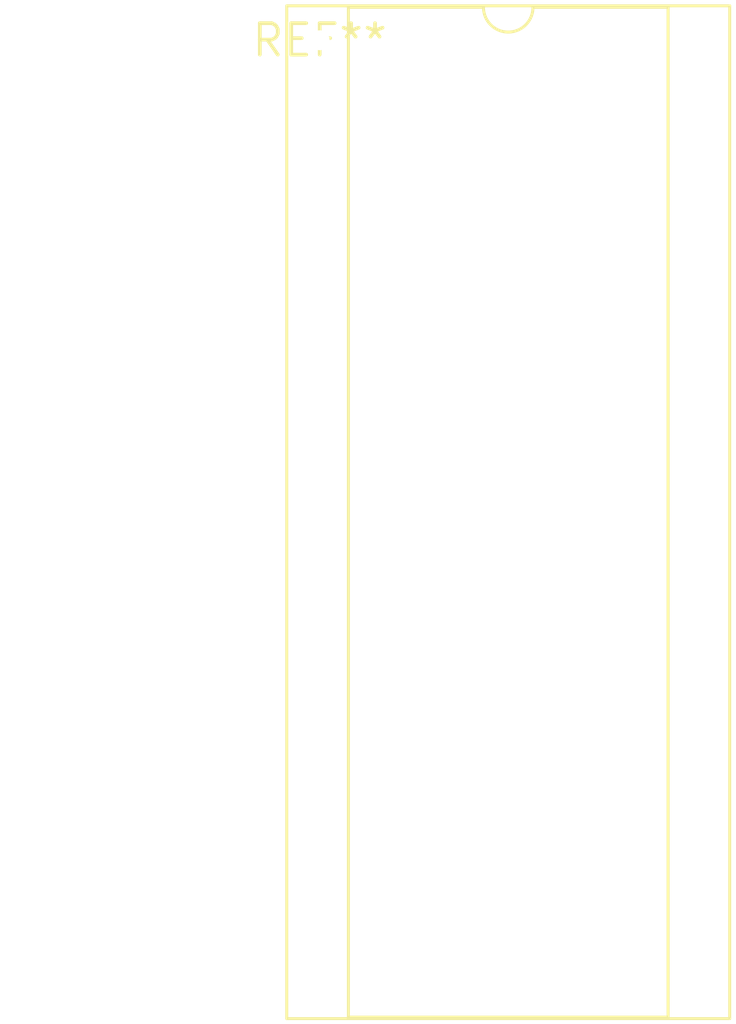
<source format=kicad_pcb>
(kicad_pcb (version 20240108) (generator pcbnew)
  (layers (0 "F.Cu" signal) (31 "B.Cu" signal) (34 "B.Paste" user) (35 "F.Paste" user) (36 "B.SilkS" user "B.Silkscreen") (37 "F.SilkS" user "F.Silkscreen") (38 "B.Mask" user) (39 "F.Mask" user) (44 "Edge.Cuts" user))
  (net 0 "")
  (footprint "DIP-32_W15.24mm_Socket" (layer "F.Cu") (at 0 0)
    (property "Reference" "REF**")
    (property "Value" "DIP-32_W15.24mm_Socket")
    (fp_line (start -1.33 -1.39) (end -1.33 39.49) (layer "F.SilkS") (stroke (width 0.12)))
    (fp_line (start -1.33 39.49) (end 16.57 39.49) (layer "F.SilkS") (stroke (width 0.12)))
    (fp_line (start 1.16 -1.33) (end 1.16 39.43) (layer "F.SilkS") (stroke (width 0.12)))
    (fp_line (start 1.16 39.43) (end 14.08 39.43) (layer "F.SilkS") (stroke (width 0.12)))
    (fp_line (start 6.62 -1.33) (end 1.16 -1.33) (layer "F.SilkS") (stroke (width 0.12)))
    (fp_line (start 14.08 -1.33) (end 8.62 -1.33) (layer "F.SilkS") (stroke (width 0.12)))
    (fp_line (start 14.08 39.43) (end 14.08 -1.33) (layer "F.SilkS") (stroke (width 0.12)))
    (fp_line (start 16.57 -1.39) (end -1.33 -1.39) (layer "F.SilkS") (stroke (width 0.12)))
    (fp_line (start 16.57 39.49) (end 16.57 -1.39) (layer "F.SilkS") (stroke (width 0.12)))
    (fp_arc (start 8.62 -1.33) (mid 7.62 -0.33) (end 6.62 -1.33) (layer "F.SilkS") (stroke (width 0.12)))
    (pad "1" thru_hole rect (at 0 0) (size 1.6 1.6) (drill 0.8) (layers *.Cu *.Mask) (remove_unused_layers))
    (pad "2" thru_hole oval (at 0 2.54) (size 1.6 1.6) (drill 0.8) (layers *.Cu *.Mask) (remove_unused_layers))
    (pad "3" thru_hole oval (at 0 5.08) (size 1.6 1.6) (drill 0.8) (layers *.Cu *.Mask) (remove_unused_layers))
    (pad "4" thru_hole oval (at 0 7.62) (size 1.6 1.6) (drill 0.8) (layers *.Cu *.Mask) (remove_unused_layers))
    (pad "5" thru_hole oval (at 0 10.16) (size 1.6 1.6) (drill 0.8) (layers *.Cu *.Mask) (remove_unused_layers))
    (pad "6" thru_hole oval (at 0 12.7) (size 1.6 1.6) (drill 0.8) (layers *.Cu *.Mask) (remove_unused_layers))
    (pad "7" thru_hole oval (at 0 15.24) (size 1.6 1.6) (drill 0.8) (layers *.Cu *.Mask) (remove_unused_layers))
    (pad "8" thru_hole oval (at 0 17.78) (size 1.6 1.6) (drill 0.8) (layers *.Cu *.Mask) (remove_unused_layers))
    (pad "9" thru_hole oval (at 0 20.32) (size 1.6 1.6) (drill 0.8) (layers *.Cu *.Mask) (remove_unused_layers))
    (pad "10" thru_hole oval (at 0 22.86) (size 1.6 1.6) (drill 0.8) (layers *.Cu *.Mask) (remove_unused_layers))
    (pad "11" thru_hole oval (at 0 25.4) (size 1.6 1.6) (drill 0.8) (layers *.Cu *.Mask) (remove_unused_layers))
    (pad "12" thru_hole oval (at 0 27.94) (size 1.6 1.6) (drill 0.8) (layers *.Cu *.Mask) (remove_unused_layers))
    (pad "13" thru_hole oval (at 0 30.48) (size 1.6 1.6) (drill 0.8) (layers *.Cu *.Mask) (remove_unused_layers))
    (pad "14" thru_hole oval (at 0 33.02) (size 1.6 1.6) (drill 0.8) (layers *.Cu *.Mask) (remove_unused_layers))
    (pad "15" thru_hole oval (at 0 35.56) (size 1.6 1.6) (drill 0.8) (layers *.Cu *.Mask) (remove_unused_layers))
    (pad "16" thru_hole oval (at 0 38.1) (size 1.6 1.6) (drill 0.8) (layers *.Cu *.Mask) (remove_unused_layers))
    (pad "17" thru_hole oval (at 15.24 38.1) (size 1.6 1.6) (drill 0.8) (layers *.Cu *.Mask) (remove_unused_layers))
    (pad "18" thru_hole oval (at 15.24 35.56) (size 1.6 1.6) (drill 0.8) (layers *.Cu *.Mask) (remove_unused_layers))
    (pad "19" thru_hole oval (at 15.24 33.02) (size 1.6 1.6) (drill 0.8) (layers *.Cu *.Mask) (remove_unused_layers))
    (pad "20" thru_hole oval (at 15.24 30.48) (size 1.6 1.6) (drill 0.8) (layers *.Cu *.Mask) (remove_unused_layers))
    (pad "21" thru_hole oval (at 15.24 27.94) (size 1.6 1.6) (drill 0.8) (layers *.Cu *.Mask) (remove_unused_layers))
    (pad "22" thru_hole oval (at 15.24 25.4) (size 1.6 1.6) (drill 0.8) (layers *.Cu *.Mask) (remove_unused_layers))
    (pad "23" thru_hole oval (at 15.24 22.86) (size 1.6 1.6) (drill 0.8) (layers *.Cu *.Mask) (remove_unused_layers))
    (pad "24" thru_hole oval (at 15.24 20.32) (size 1.6 1.6) (drill 0.8) (layers *.Cu *.Mask) (remove_unused_layers))
    (pad "25" thru_hole oval (at 15.24 17.78) (size 1.6 1.6) (drill 0.8) (layers *.Cu *.Mask) (remove_unused_layers))
    (pad "26" thru_hole oval (at 15.24 15.24) (size 1.6 1.6) (drill 0.8) (layers *.Cu *.Mask) (remove_unused_layers))
    (pad "27" thru_hole oval (at 15.24 12.7) (size 1.6 1.6) (drill 0.8) (layers *.Cu *.Mask) (remove_unused_layers))
    (pad "28" thru_hole oval (at 15.24 10.16) (size 1.6 1.6) (drill 0.8) (layers *.Cu *.Mask) (remove_unused_layers))
    (pad "29" thru_hole oval (at 15.24 7.62) (size 1.6 1.6) (drill 0.8) (layers *.Cu *.Mask) (remove_unused_layers))
    (pad "30" thru_hole oval (at 15.24 5.08) (size 1.6 1.6) (drill 0.8) (layers *.Cu *.Mask) (remove_unused_layers))
    (pad "31" thru_hole oval (at 15.24 2.54) (size 1.6 1.6) (drill 0.8) (layers *.Cu *.Mask) (remove_unused_layers))
    (pad "32" thru_hole oval (at 15.24 0) (size 1.6 1.6) (drill 0.8) (layers *.Cu *.Mask) (remove_unused_layers))
  )
)
</source>
